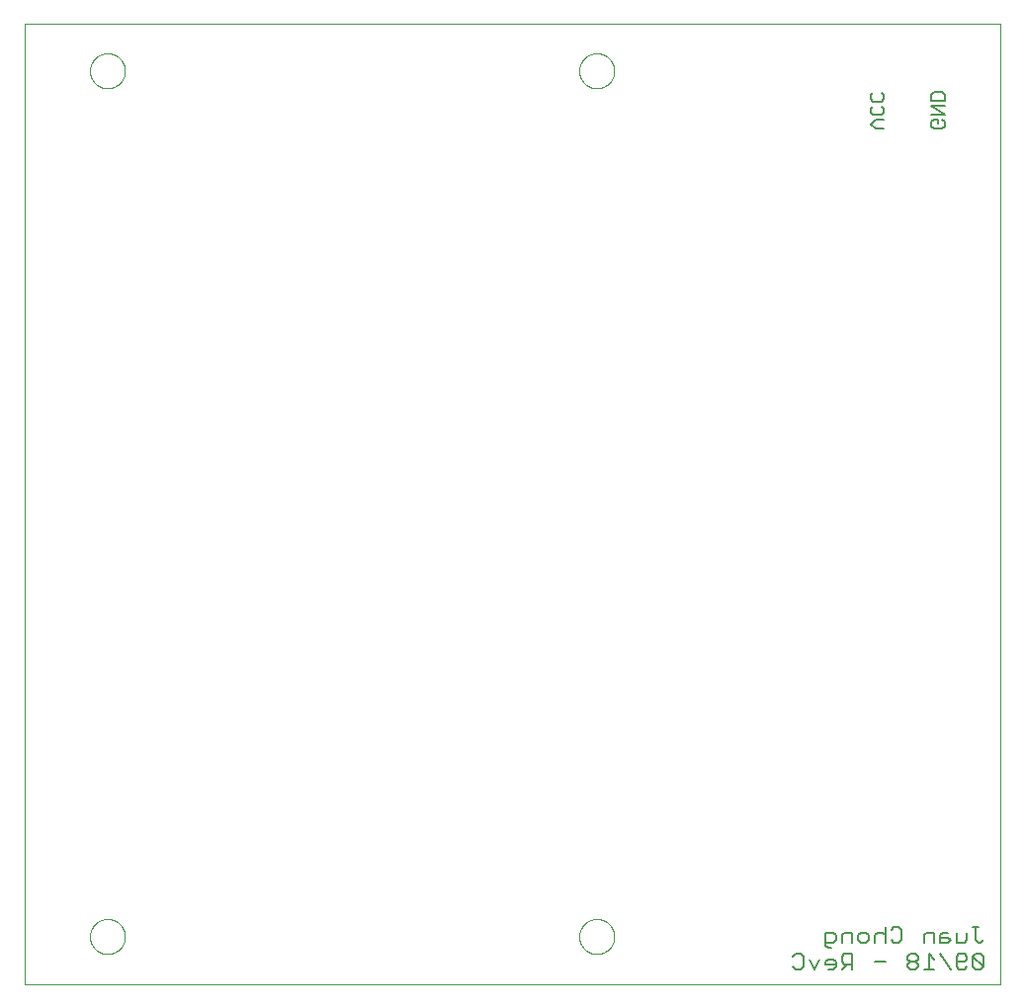
<source format=gbo>
G75*
%MOIN*%
%OFA0B0*%
%FSLAX25Y25*%
%IPPOS*%
%LPD*%
%AMOC8*
5,1,8,0,0,1.08239X$1,22.5*
%
%ADD10C,0.00000*%
%ADD11C,0.00700*%
%ADD12C,0.00600*%
D10*
X0048595Y0047933D02*
X0048595Y0371933D01*
X0377595Y0371933D01*
X0377595Y0047933D01*
X0048595Y0047933D01*
X0070695Y0063933D02*
X0070697Y0064086D01*
X0070703Y0064239D01*
X0070713Y0064392D01*
X0070727Y0064545D01*
X0070745Y0064697D01*
X0070766Y0064848D01*
X0070792Y0064999D01*
X0070822Y0065150D01*
X0070855Y0065299D01*
X0070893Y0065448D01*
X0070934Y0065595D01*
X0070979Y0065742D01*
X0071028Y0065887D01*
X0071080Y0066031D01*
X0071137Y0066173D01*
X0071197Y0066314D01*
X0071260Y0066453D01*
X0071328Y0066591D01*
X0071398Y0066727D01*
X0071473Y0066861D01*
X0071550Y0066993D01*
X0071632Y0067123D01*
X0071716Y0067251D01*
X0071804Y0067376D01*
X0071895Y0067499D01*
X0071989Y0067620D01*
X0072086Y0067738D01*
X0072187Y0067854D01*
X0072290Y0067967D01*
X0072396Y0068078D01*
X0072505Y0068185D01*
X0072617Y0068290D01*
X0072731Y0068392D01*
X0072848Y0068491D01*
X0072968Y0068586D01*
X0073090Y0068679D01*
X0073214Y0068768D01*
X0073341Y0068855D01*
X0073470Y0068937D01*
X0073601Y0069017D01*
X0073734Y0069093D01*
X0073869Y0069165D01*
X0074006Y0069234D01*
X0074144Y0069300D01*
X0074284Y0069362D01*
X0074426Y0069420D01*
X0074569Y0069474D01*
X0074714Y0069525D01*
X0074859Y0069572D01*
X0075006Y0069615D01*
X0075154Y0069654D01*
X0075303Y0069690D01*
X0075453Y0069721D01*
X0075604Y0069749D01*
X0075755Y0069773D01*
X0075907Y0069793D01*
X0076060Y0069809D01*
X0076212Y0069821D01*
X0076365Y0069829D01*
X0076518Y0069833D01*
X0076672Y0069833D01*
X0076825Y0069829D01*
X0076978Y0069821D01*
X0077130Y0069809D01*
X0077283Y0069793D01*
X0077435Y0069773D01*
X0077586Y0069749D01*
X0077737Y0069721D01*
X0077887Y0069690D01*
X0078036Y0069654D01*
X0078184Y0069615D01*
X0078331Y0069572D01*
X0078476Y0069525D01*
X0078621Y0069474D01*
X0078764Y0069420D01*
X0078906Y0069362D01*
X0079046Y0069300D01*
X0079184Y0069234D01*
X0079321Y0069165D01*
X0079456Y0069093D01*
X0079589Y0069017D01*
X0079720Y0068937D01*
X0079849Y0068855D01*
X0079976Y0068768D01*
X0080100Y0068679D01*
X0080222Y0068586D01*
X0080342Y0068491D01*
X0080459Y0068392D01*
X0080573Y0068290D01*
X0080685Y0068185D01*
X0080794Y0068078D01*
X0080900Y0067967D01*
X0081003Y0067854D01*
X0081104Y0067738D01*
X0081201Y0067620D01*
X0081295Y0067499D01*
X0081386Y0067376D01*
X0081474Y0067251D01*
X0081558Y0067123D01*
X0081640Y0066993D01*
X0081717Y0066861D01*
X0081792Y0066727D01*
X0081862Y0066591D01*
X0081930Y0066453D01*
X0081993Y0066314D01*
X0082053Y0066173D01*
X0082110Y0066031D01*
X0082162Y0065887D01*
X0082211Y0065742D01*
X0082256Y0065595D01*
X0082297Y0065448D01*
X0082335Y0065299D01*
X0082368Y0065150D01*
X0082398Y0064999D01*
X0082424Y0064848D01*
X0082445Y0064697D01*
X0082463Y0064545D01*
X0082477Y0064392D01*
X0082487Y0064239D01*
X0082493Y0064086D01*
X0082495Y0063933D01*
X0082493Y0063780D01*
X0082487Y0063627D01*
X0082477Y0063474D01*
X0082463Y0063321D01*
X0082445Y0063169D01*
X0082424Y0063018D01*
X0082398Y0062867D01*
X0082368Y0062716D01*
X0082335Y0062567D01*
X0082297Y0062418D01*
X0082256Y0062271D01*
X0082211Y0062124D01*
X0082162Y0061979D01*
X0082110Y0061835D01*
X0082053Y0061693D01*
X0081993Y0061552D01*
X0081930Y0061413D01*
X0081862Y0061275D01*
X0081792Y0061139D01*
X0081717Y0061005D01*
X0081640Y0060873D01*
X0081558Y0060743D01*
X0081474Y0060615D01*
X0081386Y0060490D01*
X0081295Y0060367D01*
X0081201Y0060246D01*
X0081104Y0060128D01*
X0081003Y0060012D01*
X0080900Y0059899D01*
X0080794Y0059788D01*
X0080685Y0059681D01*
X0080573Y0059576D01*
X0080459Y0059474D01*
X0080342Y0059375D01*
X0080222Y0059280D01*
X0080100Y0059187D01*
X0079976Y0059098D01*
X0079849Y0059011D01*
X0079720Y0058929D01*
X0079589Y0058849D01*
X0079456Y0058773D01*
X0079321Y0058701D01*
X0079184Y0058632D01*
X0079046Y0058566D01*
X0078906Y0058504D01*
X0078764Y0058446D01*
X0078621Y0058392D01*
X0078476Y0058341D01*
X0078331Y0058294D01*
X0078184Y0058251D01*
X0078036Y0058212D01*
X0077887Y0058176D01*
X0077737Y0058145D01*
X0077586Y0058117D01*
X0077435Y0058093D01*
X0077283Y0058073D01*
X0077130Y0058057D01*
X0076978Y0058045D01*
X0076825Y0058037D01*
X0076672Y0058033D01*
X0076518Y0058033D01*
X0076365Y0058037D01*
X0076212Y0058045D01*
X0076060Y0058057D01*
X0075907Y0058073D01*
X0075755Y0058093D01*
X0075604Y0058117D01*
X0075453Y0058145D01*
X0075303Y0058176D01*
X0075154Y0058212D01*
X0075006Y0058251D01*
X0074859Y0058294D01*
X0074714Y0058341D01*
X0074569Y0058392D01*
X0074426Y0058446D01*
X0074284Y0058504D01*
X0074144Y0058566D01*
X0074006Y0058632D01*
X0073869Y0058701D01*
X0073734Y0058773D01*
X0073601Y0058849D01*
X0073470Y0058929D01*
X0073341Y0059011D01*
X0073214Y0059098D01*
X0073090Y0059187D01*
X0072968Y0059280D01*
X0072848Y0059375D01*
X0072731Y0059474D01*
X0072617Y0059576D01*
X0072505Y0059681D01*
X0072396Y0059788D01*
X0072290Y0059899D01*
X0072187Y0060012D01*
X0072086Y0060128D01*
X0071989Y0060246D01*
X0071895Y0060367D01*
X0071804Y0060490D01*
X0071716Y0060615D01*
X0071632Y0060743D01*
X0071550Y0060873D01*
X0071473Y0061005D01*
X0071398Y0061139D01*
X0071328Y0061275D01*
X0071260Y0061413D01*
X0071197Y0061552D01*
X0071137Y0061693D01*
X0071080Y0061835D01*
X0071028Y0061979D01*
X0070979Y0062124D01*
X0070934Y0062271D01*
X0070893Y0062418D01*
X0070855Y0062567D01*
X0070822Y0062716D01*
X0070792Y0062867D01*
X0070766Y0063018D01*
X0070745Y0063169D01*
X0070727Y0063321D01*
X0070713Y0063474D01*
X0070703Y0063627D01*
X0070697Y0063780D01*
X0070695Y0063933D01*
X0235695Y0063933D02*
X0235697Y0064086D01*
X0235703Y0064239D01*
X0235713Y0064392D01*
X0235727Y0064545D01*
X0235745Y0064697D01*
X0235766Y0064848D01*
X0235792Y0064999D01*
X0235822Y0065150D01*
X0235855Y0065299D01*
X0235893Y0065448D01*
X0235934Y0065595D01*
X0235979Y0065742D01*
X0236028Y0065887D01*
X0236080Y0066031D01*
X0236137Y0066173D01*
X0236197Y0066314D01*
X0236260Y0066453D01*
X0236328Y0066591D01*
X0236398Y0066727D01*
X0236473Y0066861D01*
X0236550Y0066993D01*
X0236632Y0067123D01*
X0236716Y0067251D01*
X0236804Y0067376D01*
X0236895Y0067499D01*
X0236989Y0067620D01*
X0237086Y0067738D01*
X0237187Y0067854D01*
X0237290Y0067967D01*
X0237396Y0068078D01*
X0237505Y0068185D01*
X0237617Y0068290D01*
X0237731Y0068392D01*
X0237848Y0068491D01*
X0237968Y0068586D01*
X0238090Y0068679D01*
X0238214Y0068768D01*
X0238341Y0068855D01*
X0238470Y0068937D01*
X0238601Y0069017D01*
X0238734Y0069093D01*
X0238869Y0069165D01*
X0239006Y0069234D01*
X0239144Y0069300D01*
X0239284Y0069362D01*
X0239426Y0069420D01*
X0239569Y0069474D01*
X0239714Y0069525D01*
X0239859Y0069572D01*
X0240006Y0069615D01*
X0240154Y0069654D01*
X0240303Y0069690D01*
X0240453Y0069721D01*
X0240604Y0069749D01*
X0240755Y0069773D01*
X0240907Y0069793D01*
X0241060Y0069809D01*
X0241212Y0069821D01*
X0241365Y0069829D01*
X0241518Y0069833D01*
X0241672Y0069833D01*
X0241825Y0069829D01*
X0241978Y0069821D01*
X0242130Y0069809D01*
X0242283Y0069793D01*
X0242435Y0069773D01*
X0242586Y0069749D01*
X0242737Y0069721D01*
X0242887Y0069690D01*
X0243036Y0069654D01*
X0243184Y0069615D01*
X0243331Y0069572D01*
X0243476Y0069525D01*
X0243621Y0069474D01*
X0243764Y0069420D01*
X0243906Y0069362D01*
X0244046Y0069300D01*
X0244184Y0069234D01*
X0244321Y0069165D01*
X0244456Y0069093D01*
X0244589Y0069017D01*
X0244720Y0068937D01*
X0244849Y0068855D01*
X0244976Y0068768D01*
X0245100Y0068679D01*
X0245222Y0068586D01*
X0245342Y0068491D01*
X0245459Y0068392D01*
X0245573Y0068290D01*
X0245685Y0068185D01*
X0245794Y0068078D01*
X0245900Y0067967D01*
X0246003Y0067854D01*
X0246104Y0067738D01*
X0246201Y0067620D01*
X0246295Y0067499D01*
X0246386Y0067376D01*
X0246474Y0067251D01*
X0246558Y0067123D01*
X0246640Y0066993D01*
X0246717Y0066861D01*
X0246792Y0066727D01*
X0246862Y0066591D01*
X0246930Y0066453D01*
X0246993Y0066314D01*
X0247053Y0066173D01*
X0247110Y0066031D01*
X0247162Y0065887D01*
X0247211Y0065742D01*
X0247256Y0065595D01*
X0247297Y0065448D01*
X0247335Y0065299D01*
X0247368Y0065150D01*
X0247398Y0064999D01*
X0247424Y0064848D01*
X0247445Y0064697D01*
X0247463Y0064545D01*
X0247477Y0064392D01*
X0247487Y0064239D01*
X0247493Y0064086D01*
X0247495Y0063933D01*
X0247493Y0063780D01*
X0247487Y0063627D01*
X0247477Y0063474D01*
X0247463Y0063321D01*
X0247445Y0063169D01*
X0247424Y0063018D01*
X0247398Y0062867D01*
X0247368Y0062716D01*
X0247335Y0062567D01*
X0247297Y0062418D01*
X0247256Y0062271D01*
X0247211Y0062124D01*
X0247162Y0061979D01*
X0247110Y0061835D01*
X0247053Y0061693D01*
X0246993Y0061552D01*
X0246930Y0061413D01*
X0246862Y0061275D01*
X0246792Y0061139D01*
X0246717Y0061005D01*
X0246640Y0060873D01*
X0246558Y0060743D01*
X0246474Y0060615D01*
X0246386Y0060490D01*
X0246295Y0060367D01*
X0246201Y0060246D01*
X0246104Y0060128D01*
X0246003Y0060012D01*
X0245900Y0059899D01*
X0245794Y0059788D01*
X0245685Y0059681D01*
X0245573Y0059576D01*
X0245459Y0059474D01*
X0245342Y0059375D01*
X0245222Y0059280D01*
X0245100Y0059187D01*
X0244976Y0059098D01*
X0244849Y0059011D01*
X0244720Y0058929D01*
X0244589Y0058849D01*
X0244456Y0058773D01*
X0244321Y0058701D01*
X0244184Y0058632D01*
X0244046Y0058566D01*
X0243906Y0058504D01*
X0243764Y0058446D01*
X0243621Y0058392D01*
X0243476Y0058341D01*
X0243331Y0058294D01*
X0243184Y0058251D01*
X0243036Y0058212D01*
X0242887Y0058176D01*
X0242737Y0058145D01*
X0242586Y0058117D01*
X0242435Y0058093D01*
X0242283Y0058073D01*
X0242130Y0058057D01*
X0241978Y0058045D01*
X0241825Y0058037D01*
X0241672Y0058033D01*
X0241518Y0058033D01*
X0241365Y0058037D01*
X0241212Y0058045D01*
X0241060Y0058057D01*
X0240907Y0058073D01*
X0240755Y0058093D01*
X0240604Y0058117D01*
X0240453Y0058145D01*
X0240303Y0058176D01*
X0240154Y0058212D01*
X0240006Y0058251D01*
X0239859Y0058294D01*
X0239714Y0058341D01*
X0239569Y0058392D01*
X0239426Y0058446D01*
X0239284Y0058504D01*
X0239144Y0058566D01*
X0239006Y0058632D01*
X0238869Y0058701D01*
X0238734Y0058773D01*
X0238601Y0058849D01*
X0238470Y0058929D01*
X0238341Y0059011D01*
X0238214Y0059098D01*
X0238090Y0059187D01*
X0237968Y0059280D01*
X0237848Y0059375D01*
X0237731Y0059474D01*
X0237617Y0059576D01*
X0237505Y0059681D01*
X0237396Y0059788D01*
X0237290Y0059899D01*
X0237187Y0060012D01*
X0237086Y0060128D01*
X0236989Y0060246D01*
X0236895Y0060367D01*
X0236804Y0060490D01*
X0236716Y0060615D01*
X0236632Y0060743D01*
X0236550Y0060873D01*
X0236473Y0061005D01*
X0236398Y0061139D01*
X0236328Y0061275D01*
X0236260Y0061413D01*
X0236197Y0061552D01*
X0236137Y0061693D01*
X0236080Y0061835D01*
X0236028Y0061979D01*
X0235979Y0062124D01*
X0235934Y0062271D01*
X0235893Y0062418D01*
X0235855Y0062567D01*
X0235822Y0062716D01*
X0235792Y0062867D01*
X0235766Y0063018D01*
X0235745Y0063169D01*
X0235727Y0063321D01*
X0235713Y0063474D01*
X0235703Y0063627D01*
X0235697Y0063780D01*
X0235695Y0063933D01*
X0235695Y0355933D02*
X0235697Y0356086D01*
X0235703Y0356239D01*
X0235713Y0356392D01*
X0235727Y0356545D01*
X0235745Y0356697D01*
X0235766Y0356848D01*
X0235792Y0356999D01*
X0235822Y0357150D01*
X0235855Y0357299D01*
X0235893Y0357448D01*
X0235934Y0357595D01*
X0235979Y0357742D01*
X0236028Y0357887D01*
X0236080Y0358031D01*
X0236137Y0358173D01*
X0236197Y0358314D01*
X0236260Y0358453D01*
X0236328Y0358591D01*
X0236398Y0358727D01*
X0236473Y0358861D01*
X0236550Y0358993D01*
X0236632Y0359123D01*
X0236716Y0359251D01*
X0236804Y0359376D01*
X0236895Y0359499D01*
X0236989Y0359620D01*
X0237086Y0359738D01*
X0237187Y0359854D01*
X0237290Y0359967D01*
X0237396Y0360078D01*
X0237505Y0360185D01*
X0237617Y0360290D01*
X0237731Y0360392D01*
X0237848Y0360491D01*
X0237968Y0360586D01*
X0238090Y0360679D01*
X0238214Y0360768D01*
X0238341Y0360855D01*
X0238470Y0360937D01*
X0238601Y0361017D01*
X0238734Y0361093D01*
X0238869Y0361165D01*
X0239006Y0361234D01*
X0239144Y0361300D01*
X0239284Y0361362D01*
X0239426Y0361420D01*
X0239569Y0361474D01*
X0239714Y0361525D01*
X0239859Y0361572D01*
X0240006Y0361615D01*
X0240154Y0361654D01*
X0240303Y0361690D01*
X0240453Y0361721D01*
X0240604Y0361749D01*
X0240755Y0361773D01*
X0240907Y0361793D01*
X0241060Y0361809D01*
X0241212Y0361821D01*
X0241365Y0361829D01*
X0241518Y0361833D01*
X0241672Y0361833D01*
X0241825Y0361829D01*
X0241978Y0361821D01*
X0242130Y0361809D01*
X0242283Y0361793D01*
X0242435Y0361773D01*
X0242586Y0361749D01*
X0242737Y0361721D01*
X0242887Y0361690D01*
X0243036Y0361654D01*
X0243184Y0361615D01*
X0243331Y0361572D01*
X0243476Y0361525D01*
X0243621Y0361474D01*
X0243764Y0361420D01*
X0243906Y0361362D01*
X0244046Y0361300D01*
X0244184Y0361234D01*
X0244321Y0361165D01*
X0244456Y0361093D01*
X0244589Y0361017D01*
X0244720Y0360937D01*
X0244849Y0360855D01*
X0244976Y0360768D01*
X0245100Y0360679D01*
X0245222Y0360586D01*
X0245342Y0360491D01*
X0245459Y0360392D01*
X0245573Y0360290D01*
X0245685Y0360185D01*
X0245794Y0360078D01*
X0245900Y0359967D01*
X0246003Y0359854D01*
X0246104Y0359738D01*
X0246201Y0359620D01*
X0246295Y0359499D01*
X0246386Y0359376D01*
X0246474Y0359251D01*
X0246558Y0359123D01*
X0246640Y0358993D01*
X0246717Y0358861D01*
X0246792Y0358727D01*
X0246862Y0358591D01*
X0246930Y0358453D01*
X0246993Y0358314D01*
X0247053Y0358173D01*
X0247110Y0358031D01*
X0247162Y0357887D01*
X0247211Y0357742D01*
X0247256Y0357595D01*
X0247297Y0357448D01*
X0247335Y0357299D01*
X0247368Y0357150D01*
X0247398Y0356999D01*
X0247424Y0356848D01*
X0247445Y0356697D01*
X0247463Y0356545D01*
X0247477Y0356392D01*
X0247487Y0356239D01*
X0247493Y0356086D01*
X0247495Y0355933D01*
X0247493Y0355780D01*
X0247487Y0355627D01*
X0247477Y0355474D01*
X0247463Y0355321D01*
X0247445Y0355169D01*
X0247424Y0355018D01*
X0247398Y0354867D01*
X0247368Y0354716D01*
X0247335Y0354567D01*
X0247297Y0354418D01*
X0247256Y0354271D01*
X0247211Y0354124D01*
X0247162Y0353979D01*
X0247110Y0353835D01*
X0247053Y0353693D01*
X0246993Y0353552D01*
X0246930Y0353413D01*
X0246862Y0353275D01*
X0246792Y0353139D01*
X0246717Y0353005D01*
X0246640Y0352873D01*
X0246558Y0352743D01*
X0246474Y0352615D01*
X0246386Y0352490D01*
X0246295Y0352367D01*
X0246201Y0352246D01*
X0246104Y0352128D01*
X0246003Y0352012D01*
X0245900Y0351899D01*
X0245794Y0351788D01*
X0245685Y0351681D01*
X0245573Y0351576D01*
X0245459Y0351474D01*
X0245342Y0351375D01*
X0245222Y0351280D01*
X0245100Y0351187D01*
X0244976Y0351098D01*
X0244849Y0351011D01*
X0244720Y0350929D01*
X0244589Y0350849D01*
X0244456Y0350773D01*
X0244321Y0350701D01*
X0244184Y0350632D01*
X0244046Y0350566D01*
X0243906Y0350504D01*
X0243764Y0350446D01*
X0243621Y0350392D01*
X0243476Y0350341D01*
X0243331Y0350294D01*
X0243184Y0350251D01*
X0243036Y0350212D01*
X0242887Y0350176D01*
X0242737Y0350145D01*
X0242586Y0350117D01*
X0242435Y0350093D01*
X0242283Y0350073D01*
X0242130Y0350057D01*
X0241978Y0350045D01*
X0241825Y0350037D01*
X0241672Y0350033D01*
X0241518Y0350033D01*
X0241365Y0350037D01*
X0241212Y0350045D01*
X0241060Y0350057D01*
X0240907Y0350073D01*
X0240755Y0350093D01*
X0240604Y0350117D01*
X0240453Y0350145D01*
X0240303Y0350176D01*
X0240154Y0350212D01*
X0240006Y0350251D01*
X0239859Y0350294D01*
X0239714Y0350341D01*
X0239569Y0350392D01*
X0239426Y0350446D01*
X0239284Y0350504D01*
X0239144Y0350566D01*
X0239006Y0350632D01*
X0238869Y0350701D01*
X0238734Y0350773D01*
X0238601Y0350849D01*
X0238470Y0350929D01*
X0238341Y0351011D01*
X0238214Y0351098D01*
X0238090Y0351187D01*
X0237968Y0351280D01*
X0237848Y0351375D01*
X0237731Y0351474D01*
X0237617Y0351576D01*
X0237505Y0351681D01*
X0237396Y0351788D01*
X0237290Y0351899D01*
X0237187Y0352012D01*
X0237086Y0352128D01*
X0236989Y0352246D01*
X0236895Y0352367D01*
X0236804Y0352490D01*
X0236716Y0352615D01*
X0236632Y0352743D01*
X0236550Y0352873D01*
X0236473Y0353005D01*
X0236398Y0353139D01*
X0236328Y0353275D01*
X0236260Y0353413D01*
X0236197Y0353552D01*
X0236137Y0353693D01*
X0236080Y0353835D01*
X0236028Y0353979D01*
X0235979Y0354124D01*
X0235934Y0354271D01*
X0235893Y0354418D01*
X0235855Y0354567D01*
X0235822Y0354716D01*
X0235792Y0354867D01*
X0235766Y0355018D01*
X0235745Y0355169D01*
X0235727Y0355321D01*
X0235713Y0355474D01*
X0235703Y0355627D01*
X0235697Y0355780D01*
X0235695Y0355933D01*
X0070695Y0355933D02*
X0070697Y0356086D01*
X0070703Y0356239D01*
X0070713Y0356392D01*
X0070727Y0356545D01*
X0070745Y0356697D01*
X0070766Y0356848D01*
X0070792Y0356999D01*
X0070822Y0357150D01*
X0070855Y0357299D01*
X0070893Y0357448D01*
X0070934Y0357595D01*
X0070979Y0357742D01*
X0071028Y0357887D01*
X0071080Y0358031D01*
X0071137Y0358173D01*
X0071197Y0358314D01*
X0071260Y0358453D01*
X0071328Y0358591D01*
X0071398Y0358727D01*
X0071473Y0358861D01*
X0071550Y0358993D01*
X0071632Y0359123D01*
X0071716Y0359251D01*
X0071804Y0359376D01*
X0071895Y0359499D01*
X0071989Y0359620D01*
X0072086Y0359738D01*
X0072187Y0359854D01*
X0072290Y0359967D01*
X0072396Y0360078D01*
X0072505Y0360185D01*
X0072617Y0360290D01*
X0072731Y0360392D01*
X0072848Y0360491D01*
X0072968Y0360586D01*
X0073090Y0360679D01*
X0073214Y0360768D01*
X0073341Y0360855D01*
X0073470Y0360937D01*
X0073601Y0361017D01*
X0073734Y0361093D01*
X0073869Y0361165D01*
X0074006Y0361234D01*
X0074144Y0361300D01*
X0074284Y0361362D01*
X0074426Y0361420D01*
X0074569Y0361474D01*
X0074714Y0361525D01*
X0074859Y0361572D01*
X0075006Y0361615D01*
X0075154Y0361654D01*
X0075303Y0361690D01*
X0075453Y0361721D01*
X0075604Y0361749D01*
X0075755Y0361773D01*
X0075907Y0361793D01*
X0076060Y0361809D01*
X0076212Y0361821D01*
X0076365Y0361829D01*
X0076518Y0361833D01*
X0076672Y0361833D01*
X0076825Y0361829D01*
X0076978Y0361821D01*
X0077130Y0361809D01*
X0077283Y0361793D01*
X0077435Y0361773D01*
X0077586Y0361749D01*
X0077737Y0361721D01*
X0077887Y0361690D01*
X0078036Y0361654D01*
X0078184Y0361615D01*
X0078331Y0361572D01*
X0078476Y0361525D01*
X0078621Y0361474D01*
X0078764Y0361420D01*
X0078906Y0361362D01*
X0079046Y0361300D01*
X0079184Y0361234D01*
X0079321Y0361165D01*
X0079456Y0361093D01*
X0079589Y0361017D01*
X0079720Y0360937D01*
X0079849Y0360855D01*
X0079976Y0360768D01*
X0080100Y0360679D01*
X0080222Y0360586D01*
X0080342Y0360491D01*
X0080459Y0360392D01*
X0080573Y0360290D01*
X0080685Y0360185D01*
X0080794Y0360078D01*
X0080900Y0359967D01*
X0081003Y0359854D01*
X0081104Y0359738D01*
X0081201Y0359620D01*
X0081295Y0359499D01*
X0081386Y0359376D01*
X0081474Y0359251D01*
X0081558Y0359123D01*
X0081640Y0358993D01*
X0081717Y0358861D01*
X0081792Y0358727D01*
X0081862Y0358591D01*
X0081930Y0358453D01*
X0081993Y0358314D01*
X0082053Y0358173D01*
X0082110Y0358031D01*
X0082162Y0357887D01*
X0082211Y0357742D01*
X0082256Y0357595D01*
X0082297Y0357448D01*
X0082335Y0357299D01*
X0082368Y0357150D01*
X0082398Y0356999D01*
X0082424Y0356848D01*
X0082445Y0356697D01*
X0082463Y0356545D01*
X0082477Y0356392D01*
X0082487Y0356239D01*
X0082493Y0356086D01*
X0082495Y0355933D01*
X0082493Y0355780D01*
X0082487Y0355627D01*
X0082477Y0355474D01*
X0082463Y0355321D01*
X0082445Y0355169D01*
X0082424Y0355018D01*
X0082398Y0354867D01*
X0082368Y0354716D01*
X0082335Y0354567D01*
X0082297Y0354418D01*
X0082256Y0354271D01*
X0082211Y0354124D01*
X0082162Y0353979D01*
X0082110Y0353835D01*
X0082053Y0353693D01*
X0081993Y0353552D01*
X0081930Y0353413D01*
X0081862Y0353275D01*
X0081792Y0353139D01*
X0081717Y0353005D01*
X0081640Y0352873D01*
X0081558Y0352743D01*
X0081474Y0352615D01*
X0081386Y0352490D01*
X0081295Y0352367D01*
X0081201Y0352246D01*
X0081104Y0352128D01*
X0081003Y0352012D01*
X0080900Y0351899D01*
X0080794Y0351788D01*
X0080685Y0351681D01*
X0080573Y0351576D01*
X0080459Y0351474D01*
X0080342Y0351375D01*
X0080222Y0351280D01*
X0080100Y0351187D01*
X0079976Y0351098D01*
X0079849Y0351011D01*
X0079720Y0350929D01*
X0079589Y0350849D01*
X0079456Y0350773D01*
X0079321Y0350701D01*
X0079184Y0350632D01*
X0079046Y0350566D01*
X0078906Y0350504D01*
X0078764Y0350446D01*
X0078621Y0350392D01*
X0078476Y0350341D01*
X0078331Y0350294D01*
X0078184Y0350251D01*
X0078036Y0350212D01*
X0077887Y0350176D01*
X0077737Y0350145D01*
X0077586Y0350117D01*
X0077435Y0350093D01*
X0077283Y0350073D01*
X0077130Y0350057D01*
X0076978Y0350045D01*
X0076825Y0350037D01*
X0076672Y0350033D01*
X0076518Y0350033D01*
X0076365Y0350037D01*
X0076212Y0350045D01*
X0076060Y0350057D01*
X0075907Y0350073D01*
X0075755Y0350093D01*
X0075604Y0350117D01*
X0075453Y0350145D01*
X0075303Y0350176D01*
X0075154Y0350212D01*
X0075006Y0350251D01*
X0074859Y0350294D01*
X0074714Y0350341D01*
X0074569Y0350392D01*
X0074426Y0350446D01*
X0074284Y0350504D01*
X0074144Y0350566D01*
X0074006Y0350632D01*
X0073869Y0350701D01*
X0073734Y0350773D01*
X0073601Y0350849D01*
X0073470Y0350929D01*
X0073341Y0351011D01*
X0073214Y0351098D01*
X0073090Y0351187D01*
X0072968Y0351280D01*
X0072848Y0351375D01*
X0072731Y0351474D01*
X0072617Y0351576D01*
X0072505Y0351681D01*
X0072396Y0351788D01*
X0072290Y0351899D01*
X0072187Y0352012D01*
X0072086Y0352128D01*
X0071989Y0352246D01*
X0071895Y0352367D01*
X0071804Y0352490D01*
X0071716Y0352615D01*
X0071632Y0352743D01*
X0071550Y0352873D01*
X0071473Y0353005D01*
X0071398Y0353139D01*
X0071328Y0353275D01*
X0071260Y0353413D01*
X0071197Y0353552D01*
X0071137Y0353693D01*
X0071080Y0353835D01*
X0071028Y0353979D01*
X0070979Y0354124D01*
X0070934Y0354271D01*
X0070893Y0354418D01*
X0070855Y0354567D01*
X0070822Y0354716D01*
X0070792Y0354867D01*
X0070766Y0355018D01*
X0070745Y0355169D01*
X0070727Y0355321D01*
X0070713Y0355474D01*
X0070703Y0355627D01*
X0070697Y0355780D01*
X0070695Y0355933D01*
D11*
X0318783Y0065319D02*
X0321435Y0065319D01*
X0322319Y0064435D01*
X0322319Y0062667D01*
X0321435Y0061783D01*
X0318783Y0061783D01*
X0318783Y0060899D02*
X0318783Y0065319D01*
X0318783Y0060899D02*
X0319667Y0060015D01*
X0320551Y0060015D01*
X0319667Y0056319D02*
X0318783Y0055435D01*
X0318783Y0054551D01*
X0322319Y0054551D01*
X0322319Y0053667D02*
X0322319Y0055435D01*
X0321435Y0056319D01*
X0319667Y0056319D01*
X0316795Y0056319D02*
X0315026Y0052783D01*
X0313258Y0056319D01*
X0311270Y0057204D02*
X0311270Y0053667D01*
X0310386Y0052783D01*
X0308618Y0052783D01*
X0307734Y0053667D01*
X0307734Y0057204D02*
X0308618Y0058088D01*
X0310386Y0058088D01*
X0311270Y0057204D01*
X0319667Y0052783D02*
X0321435Y0052783D01*
X0322319Y0053667D01*
X0324308Y0052783D02*
X0326076Y0054551D01*
X0325192Y0054551D02*
X0327844Y0054551D01*
X0327844Y0052783D02*
X0327844Y0058088D01*
X0325192Y0058088D01*
X0324308Y0057204D01*
X0324308Y0055435D01*
X0325192Y0054551D01*
X0335357Y0055435D02*
X0338893Y0055435D01*
X0338893Y0061783D02*
X0338893Y0067088D01*
X0338009Y0065319D02*
X0336241Y0065319D01*
X0335357Y0064435D01*
X0335357Y0061783D01*
X0333369Y0062667D02*
X0332485Y0061783D01*
X0330717Y0061783D01*
X0329832Y0062667D01*
X0329832Y0064435D01*
X0330717Y0065319D01*
X0332485Y0065319D01*
X0333369Y0064435D01*
X0333369Y0062667D01*
X0338009Y0065319D02*
X0338893Y0064435D01*
X0340882Y0062667D02*
X0341766Y0061783D01*
X0343534Y0061783D01*
X0344418Y0062667D01*
X0344418Y0066204D01*
X0343534Y0067088D01*
X0341766Y0067088D01*
X0340882Y0066204D01*
X0351931Y0064435D02*
X0351931Y0061783D01*
X0351931Y0064435D02*
X0352815Y0065319D01*
X0355468Y0065319D01*
X0355468Y0061783D01*
X0357456Y0061783D02*
X0360108Y0061783D01*
X0360992Y0062667D01*
X0360108Y0063551D01*
X0357456Y0063551D01*
X0357456Y0064435D02*
X0357456Y0061783D01*
X0357456Y0064435D02*
X0358340Y0065319D01*
X0360108Y0065319D01*
X0362981Y0065319D02*
X0362981Y0061783D01*
X0365633Y0061783D01*
X0366517Y0062667D01*
X0366517Y0065319D01*
X0368505Y0067088D02*
X0370274Y0067088D01*
X0369390Y0067088D02*
X0369390Y0062667D01*
X0370274Y0061783D01*
X0371158Y0061783D01*
X0372042Y0062667D01*
X0371158Y0058088D02*
X0369390Y0058088D01*
X0368505Y0057204D01*
X0372042Y0053667D01*
X0371158Y0052783D01*
X0369390Y0052783D01*
X0368505Y0053667D01*
X0368505Y0057204D01*
X0366517Y0057204D02*
X0366517Y0056319D01*
X0365633Y0055435D01*
X0362981Y0055435D01*
X0362981Y0053667D02*
X0362981Y0057204D01*
X0363865Y0058088D01*
X0365633Y0058088D01*
X0366517Y0057204D01*
X0366517Y0053667D02*
X0365633Y0052783D01*
X0363865Y0052783D01*
X0362981Y0053667D01*
X0360992Y0052783D02*
X0357456Y0058088D01*
X0355468Y0056319D02*
X0353699Y0058088D01*
X0353699Y0052783D01*
X0351931Y0052783D02*
X0355468Y0052783D01*
X0349943Y0053667D02*
X0349943Y0054551D01*
X0349059Y0055435D01*
X0347291Y0055435D01*
X0346407Y0054551D01*
X0346407Y0053667D01*
X0347291Y0052783D01*
X0349059Y0052783D01*
X0349943Y0053667D01*
X0349059Y0055435D02*
X0349943Y0056319D01*
X0349943Y0057204D01*
X0349059Y0058088D01*
X0347291Y0058088D01*
X0346407Y0057204D01*
X0346407Y0056319D01*
X0347291Y0055435D01*
X0327844Y0061783D02*
X0327844Y0065319D01*
X0325192Y0065319D01*
X0324308Y0064435D01*
X0324308Y0061783D01*
X0371158Y0058088D02*
X0372042Y0057204D01*
X0372042Y0053667D01*
D12*
X0358165Y0336533D02*
X0355229Y0336533D01*
X0354495Y0337267D01*
X0354495Y0338735D01*
X0355229Y0339469D01*
X0356697Y0339469D01*
X0356697Y0338001D01*
X0358165Y0336533D02*
X0358899Y0337267D01*
X0358899Y0338735D01*
X0358165Y0339469D01*
X0358899Y0341137D02*
X0354495Y0341137D01*
X0354495Y0344073D02*
X0358899Y0344073D01*
X0358899Y0345741D02*
X0358899Y0347943D01*
X0358165Y0348677D01*
X0355229Y0348677D01*
X0354495Y0347943D01*
X0354495Y0345741D01*
X0358899Y0345741D01*
X0358899Y0341137D02*
X0354495Y0344073D01*
X0338499Y0343239D02*
X0338499Y0341771D01*
X0337765Y0341037D01*
X0334829Y0341037D01*
X0334095Y0341771D01*
X0334095Y0343239D01*
X0334829Y0343973D01*
X0334829Y0345641D02*
X0334095Y0346375D01*
X0334095Y0347843D01*
X0334829Y0348577D01*
X0337765Y0348577D02*
X0338499Y0347843D01*
X0338499Y0346375D01*
X0337765Y0345641D01*
X0334829Y0345641D01*
X0337765Y0343973D02*
X0338499Y0343239D01*
X0338499Y0339369D02*
X0335563Y0339369D01*
X0334095Y0337901D01*
X0335563Y0336433D01*
X0338499Y0336433D01*
M02*

</source>
